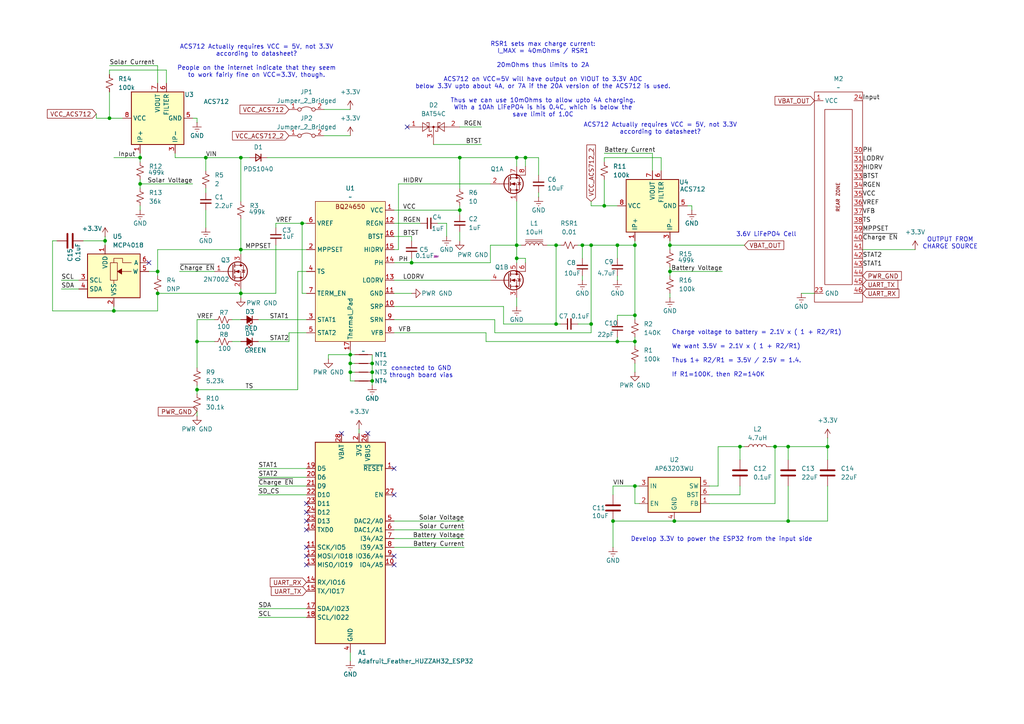
<source format=kicad_sch>
(kicad_sch (version 20231120) (generator "eeschema") (generator_version "8.0")
  (paper "A4")
  (title_block (title "MEGAphone MPPT Charge Controller") (rev "20250216") (comment 1 "Adapted for MEGAphone module format") (comment 2 "Adapted for 3.5V output voltage"))
  (junction (at 45.72 85.09))
  (junction (at 57.15 99.06))
  (junction (at 168.91 71.12))
  (junction (at 149.86 45.72))
  (junction (at 184.15 71.12))
  (junction (at 107.95 105.41))
  (junction (at 69.85 85.09))
  (junction (at 101.6 102.87))
  (junction (at 184.15 91.44))
  (junction (at 179.07 71.12))
  (junction (at 69.85 45.72))
  (junction (at 214.63 129.54))
  (junction (at 101.6 105.41))
  (junction (at 171.45 71.12))
  (junction (at 228.6 129.54))
  (junction (at 87.63 64.77))
  (junction (at 179.07 99.06))
  (junction (at 45.72 78.74))
  (junction (at 57.15 113.03))
  (junction (at 133.35 45.72))
  (junction (at 171.45 93.98))
  (junction (at 175.26 59.69))
  (junction (at 228.6 151.13))
  (junction (at 161.29 93.98))
  (junction (at 40.64 45.72))
  (junction (at 184.15 140.97))
  (junction (at 107.95 107.95))
  (junction (at 133.35 60.96))
  (junction (at 149.86 71.12))
  (junction (at 240.03 129.54))
  (junction (at 40.64 53.34))
  (junction (at 149.86 74.93))
  (junction (at 195.58 151.13))
  (junction (at 184.15 99.06))
  (junction (at 161.29 71.12))
  (junction (at 30.48 69.85))
  (junction (at 177.8 151.13))
  (junction (at 33.02 90.17))
  (junction (at 119.38 76.2))
  (junction (at 194.31 78.74))
  (junction (at 101.6 107.95))
  (junction (at 31.75 34.29))
  (junction (at 69.85 72.39))
  (junction (at 107.95 110.49))
  (junction (at 224.79 129.54))
  (junction (at 152.4 45.72))
  (junction (at 194.31 71.12))
  (junction (at 59.69 45.72))
  (no_connect (at 114.3 161.29))
  (no_connect (at 88.9 148.59))
  (no_connect (at 88.9 158.75))
  (no_connect (at 118.11 36.83))
  (no_connect (at 88.9 161.29))
  (no_connect (at 88.9 153.67))
  (no_connect (at 88.9 163.83))
  (no_connect (at 88.9 151.13))
  (no_connect (at 43.18 76.2))
  (no_connect (at 106.68 125.73))
  (no_connect (at 114.3 143.51))
  (no_connect (at 114.3 163.83))
  (no_connect (at 99.06 125.73))
  (no_connect (at 114.3 135.89))
  (no_connect (at 88.9 146.05))
  (wire (pts (xy 140.97 96.52) (xy 114.3 96.52)))
  (wire (pts (xy 194.31 72.39) (xy 194.31 71.12)))
  (wire (pts (xy 114.3 92.71) (xy 143.51 92.71)))
  (wire (pts (xy 24.13 69.85) (xy 30.48 69.85)))
  (wire (pts (xy 171.45 58.42) (xy 171.45 59.69)))
  (wire (pts (xy 45.72 24.13) (xy 45.72 19.05)))
  (wire (pts (xy 74.93 179.07) (xy 88.9 179.07)))
  (wire (pts (xy 95.25 102.87) (xy 95.25 104.14)))
  (wire (pts (xy 175.26 52.07) (xy 175.26 59.69)))
  (wire (pts (xy 228.6 151.13) (xy 240.03 151.13)))
  (wire (pts (xy 101.6 105.41) (xy 102.87 105.41)))
  (wire (pts (xy 228.6 151.13) (xy 228.6 140.97)))
  (wire (pts (xy 59.69 45.72) (xy 69.85 45.72)))
  (wire (pts (xy 40.64 53.34) (xy 55.88 53.34)))
  (wire (pts (xy 31.75 20.32) (xy 48.26 20.32)))
  (wire (pts (xy 194.31 78.74) (xy 194.31 80.01)))
  (wire (pts (xy 86.36 78.74) (xy 88.9 78.74)))
  (wire (pts (xy 33.02 90.17) (xy 45.72 90.17)))
  (wire (pts (xy 57.15 34.29) (xy 57.15 35.56)))
  (wire (pts (xy 107.95 102.87) (xy 107.95 105.41)))
  (wire (pts (xy 224.79 129.54) (xy 224.79 146.05)))
  (wire (pts (xy 114.3 76.2) (xy 119.38 76.2)))
  (wire (pts (xy 40.64 53.34) (xy 40.64 54.61)))
  (wire (pts (xy 43.18 78.74) (xy 45.72 78.74)))
  (wire (pts (xy 194.31 71.12) (xy 215.9 71.12)))
  (wire (pts (xy 30.48 68.58) (xy 30.48 69.85)))
  (wire (pts (xy 31.75 26.67) (xy 31.75 34.29)))
  (wire (pts (xy 59.69 60.96) (xy 59.69 66.04)))
  (wire (pts (xy 240.03 127) (xy 240.03 129.54)))
  (wire (pts (xy 93.98 31.75) (xy 101.6 31.75)))
  (wire (pts (xy 107.95 110.49) (xy 107.95 111.76)))
  (wire (pts (xy 194.31 78.74) (xy 209.55 78.74)))
  (wire (pts (xy 152.4 76.2) (xy 152.4 74.93)))
  (wire (pts (xy 224.79 129.54) (xy 228.6 129.54)))
  (wire (pts (xy 114.3 153.67) (xy 134.62 153.67)))
  (wire (pts (xy 101.6 107.95) (xy 102.87 107.95)))
  (wire (pts (xy 156.21 57.15) (xy 156.21 55.88)))
  (wire (pts (xy 40.64 60.96) (xy 40.64 59.69)))
  (wire (pts (xy 74.93 92.71) (xy 88.9 92.71)))
  (wire (pts (xy 224.79 129.54) (xy 223.52 129.54)))
  (wire (pts (xy 177.8 151.13) (xy 177.8 158.75)))
  (wire (pts (xy 208.28 129.54) (xy 208.28 140.97)))
  (wire (pts (xy 15.24 69.85) (xy 15.24 90.17)))
  (wire (pts (xy 149.86 45.72) (xy 149.86 48.26)))
  (wire (pts (xy 184.15 146.05) (xy 184.15 140.97)))
  (wire (pts (xy 35.56 34.29) (xy 31.75 34.29)))
  (wire (pts (xy 114.3 64.77) (xy 121.92 64.77)))
  (wire (pts (xy 107.95 107.95) (xy 107.95 110.49)))
  (wire (pts (xy 175.26 45.72) (xy 191.77 45.72)))
  (wire (pts (xy 16.51 69.85) (xy 15.24 69.85)))
  (wire (pts (xy 52.07 78.74) (xy 62.23 78.74)))
  (wire (pts (xy 101.6 110.49) (xy 102.87 110.49)))
  (wire (pts (xy 31.75 21.59) (xy 31.75 20.32)))
  (wire (pts (xy 143.51 96.52) (xy 143.51 92.71)))
  (wire (pts (xy 40.64 45.72) (xy 40.64 44.45)))
  (wire (pts (xy 215.9 129.54) (xy 214.63 129.54)))
  (wire (pts (xy 240.03 129.54) (xy 240.03 133.35)))
  (wire (pts (xy 55.88 34.29) (xy 57.15 34.29)))
  (wire (pts (xy 57.15 113.03) (xy 57.15 111.76)))
  (wire (pts (xy 59.69 55.88) (xy 59.69 54.61)))
  (wire (pts (xy 80.01 64.77) (xy 80.01 66.04)))
  (wire (pts (xy 57.15 92.71) (xy 62.23 92.71)))
  (wire (pts (xy 74.93 176.53) (xy 88.9 176.53)))
  (wire (pts (xy 114.3 156.21) (xy 134.62 156.21)))
  (wire (pts (xy 40.64 52.07) (xy 40.64 53.34)))
  (wire (pts (xy 179.07 71.12) (xy 184.15 71.12)))
  (wire (pts (xy 140.97 99.06) (xy 140.97 96.52)))
  (wire (pts (xy 80.01 71.12) (xy 80.01 85.09)))
  (wire (pts (xy 101.6 101.6) (xy 101.6 102.87)))
  (wire (pts (xy 27.94 34.29) (xy 27.94 33.02)))
  (wire (pts (xy 114.3 68.58) (xy 119.38 68.58)))
  (wire (pts (xy 57.15 114.3) (xy 57.15 113.03)))
  (wire (pts (xy 69.85 72.39) (xy 88.9 72.39)))
  (wire (pts (xy 142.24 71.12) (xy 149.86 71.12)))
  (wire (pts (xy 175.26 44.45) (xy 189.23 44.45)))
  (wire (pts (xy 250.19 72.39) (xy 265.43 72.39)))
  (wire (pts (xy 31.75 19.05) (xy 45.72 19.05)))
  (wire (pts (xy 194.31 77.47) (xy 194.31 78.74)))
  (wire (pts (xy 149.86 71.12) (xy 149.86 74.93)))
  (wire (pts (xy 40.64 46.99) (xy 40.64 45.72)))
  (wire (pts (xy 152.4 45.72) (xy 152.4 48.26)))
  (wire (pts (xy 167.64 93.98) (xy 171.45 93.98)))
  (wire (pts (xy 101.6 102.87) (xy 101.6 105.41)))
  (wire (pts (xy 114.3 60.96) (xy 133.35 60.96)))
  (wire (pts (xy 142.24 76.2) (xy 142.24 71.12)))
  (wire (pts (xy 156.21 50.8) (xy 156.21 45.72)))
  (wire (pts (xy 101.6 107.95) (xy 101.6 110.49)))
  (wire (pts (xy 74.93 143.51) (xy 88.9 143.51)))
  (wire (pts (xy 74.93 138.43) (xy 88.9 138.43)))
  (wire (pts (xy 69.85 45.72) (xy 69.85 58.42)))
  (wire (pts (xy 17.78 81.28) (xy 22.86 81.28)))
  (wire (pts (xy 228.6 129.54) (xy 228.6 133.35)))
  (wire (pts (xy 119.38 74.93) (xy 119.38 76.2)))
  (wire (pts (xy 17.78 83.82) (xy 22.86 83.82)))
  (wire (pts (xy 87.63 64.77) (xy 87.63 85.09)))
  (wire (pts (xy 184.15 97.79) (xy 184.15 99.06)))
  (wire (pts (xy 74.93 99.06) (xy 83.82 99.06)))
  (wire (pts (xy 87.63 64.77) (xy 88.9 64.77)))
  (wire (pts (xy 168.91 71.12) (xy 168.91 74.93)))
  (wire (pts (xy 184.15 140.97) (xy 185.42 140.97)))
  (wire (pts (xy 15.24 90.17) (xy 33.02 90.17)))
  (wire (pts (xy 45.72 78.74) (xy 45.72 72.39)))
  (wire (pts (xy 171.45 93.98) (xy 171.45 96.52)))
  (wire (pts (xy 146.05 88.9) (xy 146.05 93.98)))
  (wire (pts (xy 184.15 71.12) (xy 184.15 91.44)))
  (wire (pts (xy 45.72 85.09) (xy 69.85 85.09)))
  (wire (pts (xy 177.8 143.51) (xy 177.8 140.97)))
  (wire (pts (xy 69.85 83.82) (xy 69.85 85.09)))
  (wire (pts (xy 83.82 96.52) (xy 88.9 96.52)))
  (wire (pts (xy 57.15 113.03) (xy 86.36 113.03)))
  (wire (pts (xy 184.15 91.44) (xy 184.15 92.71)))
  (wire (pts (xy 101.6 191.77) (xy 101.6 189.23)))
  (wire (pts (xy 171.45 96.52) (xy 143.51 96.52)))
  (wire (pts (xy 133.35 36.83) (xy 139.7 36.83)))
  (wire (pts (xy 107.95 105.41) (xy 107.95 107.95)))
  (wire (pts (xy 195.58 151.13) (xy 228.6 151.13)))
  (wire (pts (xy 171.45 71.12) (xy 179.07 71.12)))
  (wire (pts (xy 45.72 78.74) (xy 45.72 80.01)))
  (wire (pts (xy 69.85 73.66) (xy 69.85 72.39)))
  (wire (pts (xy 161.29 93.98) (xy 161.29 71.12)))
  (wire (pts (xy 104.14 124.46) (xy 104.14 125.73)))
  (wire (pts (xy 127 64.77) (xy 129.54 64.77)))
  (wire (pts (xy 93.98 39.37) (xy 101.6 39.37)))
  (wire (pts (xy 149.86 74.93) (xy 152.4 74.93)))
  (wire (pts (xy 228.6 129.54) (xy 240.03 129.54)))
  (wire (pts (xy 83.82 96.52) (xy 83.82 99.06)))
  (wire (pts (xy 149.86 71.12) (xy 151.13 71.12)))
  (wire (pts (xy 208.28 140.97) (xy 205.74 140.97)))
  (wire (pts (xy 184.15 69.85) (xy 184.15 71.12)))
  (wire (pts (xy 168.91 81.28) (xy 168.91 80.01)))
  (wire (pts (xy 191.77 45.72) (xy 191.77 49.53)))
  (wire (pts (xy 74.93 140.97) (xy 88.9 140.97)))
  (wire (pts (xy 57.15 99.06) (xy 57.15 106.68)))
  (wire (pts (xy 69.85 85.09) (xy 80.01 85.09)))
  (wire (pts (xy 31.75 34.29) (xy 27.94 34.29)))
  (wire (pts (xy 214.63 129.54) (xy 208.28 129.54)))
  (wire (pts (xy 168.91 71.12) (xy 171.45 71.12)))
  (wire (pts (xy 194.31 71.12) (xy 194.31 69.85)))
  (wire (pts (xy 33.02 88.9) (xy 33.02 90.17)))
  (wire (pts (xy 179.07 71.12) (xy 179.07 74.93)))
  (wire (pts (xy 129.54 64.77) (xy 129.54 68.58)))
  (wire (pts (xy 171.45 59.69) (xy 175.26 59.69)))
  (wire (pts (xy 125.73 41.91) (xy 139.7 41.91)))
  (wire (pts (xy 77.47 45.72) (xy 133.35 45.72)))
  (wire (pts (xy 101.6 102.87) (xy 102.87 102.87)))
  (wire (pts (xy 119.38 68.58) (xy 119.38 69.85)))
  (wire (pts (xy 179.07 99.06) (xy 184.15 99.06)))
  (wire (pts (xy 179.07 91.44) (xy 184.15 91.44)))
  (wire (pts (xy 161.29 93.98) (xy 162.56 93.98)))
  (wire (pts (xy 74.93 135.89) (xy 88.9 135.89)))
  (wire (pts (xy 101.6 105.41) (xy 101.6 107.95)))
  (wire (pts (xy 119.38 76.2) (xy 142.24 76.2)))
  (wire (pts (xy 57.15 92.71) (xy 57.15 99.06)))
  (wire (pts (xy 167.64 71.12) (xy 168.91 71.12)))
  (wire (pts (xy 240.03 151.13) (xy 240.03 140.97)))
  (wire (pts (xy 200.66 59.69) (xy 200.66 60.96)))
  (wire (pts (xy 133.35 62.23) (xy 133.35 60.96)))
  (wire (pts (xy 175.26 59.69) (xy 179.07 59.69)))
  (wire (pts (xy 33.02 45.72) (xy 40.64 45.72)))
  (wire (pts (xy 146.05 93.98) (xy 161.29 93.98)))
  (wire (pts (xy 179.07 97.79) (xy 179.07 99.06)))
  (wire (pts (xy 114.3 158.75) (xy 134.62 158.75)))
  (wire (pts (xy 149.86 86.36) (xy 149.86 88.9)))
  (wire (pts (xy 189.23 49.53) (xy 189.23 44.45)))
  (wire (pts (xy 57.15 99.06) (xy 62.23 99.06)))
  (wire (pts (xy 214.63 129.54) (xy 214.63 133.35)))
  (wire (pts (xy 87.63 85.09) (xy 88.9 85.09)))
  (wire (pts (xy 214.63 143.51) (xy 214.63 140.97)))
  (wire (pts (xy 175.26 46.99) (xy 175.26 45.72)))
  (wire (pts (xy 133.35 45.72) (xy 133.35 54.61)))
  (wire (pts (xy 184.15 99.06) (xy 184.15 100.33)))
  (wire (pts (xy 140.97 99.06) (xy 179.07 99.06)))
  (wire (pts (xy 114.3 88.9) (xy 146.05 88.9)))
  (wire (pts (xy 171.45 71.12) (xy 171.45 93.98)))
  (wire (pts (xy 177.8 140.97) (xy 184.15 140.97)))
  (wire (pts (xy 133.35 59.69) (xy 133.35 60.96)))
  (wire (pts (xy 205.74 143.51) (xy 214.63 143.51)))
  (wire (pts (xy 80.01 64.77) (xy 87.63 64.77)))
  (wire (pts (xy 162.56 71.12) (xy 161.29 71.12)))
  (wire (pts (xy 114.3 85.09) (xy 119.38 85.09)))
  (wire (pts (xy 205.74 146.05) (xy 224.79 146.05)))
  (wire (pts (xy 48.26 20.32) (xy 48.26 24.13)))
  (wire (pts (xy 45.72 72.39) (xy 69.85 72.39)))
  (wire (pts (xy 232.41 85.09) (xy 236.22 85.09)))
  (wire (pts (xy 161.29 71.12) (xy 158.75 71.12)))
  (wire (pts (xy 179.07 81.28) (xy 179.07 80.01)))
  (wire (pts (xy 50.8 45.72) (xy 59.69 45.72)))
  (wire (pts (xy 194.31 86.36) (xy 194.31 85.09)))
  (wire (pts (xy 114.3 151.13) (xy 134.62 151.13)))
  (wire (pts (xy 179.07 91.44) (xy 179.07 92.71)))
  (wire (pts (xy 199.39 59.69) (xy 200.66 59.69)))
  (wire (pts (xy 114.3 81.28) (xy 142.24 81.28)))
  (wire (pts (xy 185.42 146.05) (xy 184.15 146.05)))
  (wire (pts (xy 184.15 107.95) (xy 184.15 105.41)))
  (wire (pts (xy 177.8 151.13) (xy 195.58 151.13)))
  (wire (pts (xy 115.57 53.34) (xy 115.57 72.39)))
  (wire (pts (xy 50.8 44.45) (xy 50.8 45.72)))
  (wire (pts (xy 95.25 102.87) (xy 101.6 102.87)))
  (wire (pts (xy 30.48 69.85) (xy 30.48 71.12)))
  (wire (pts (xy 149.86 74.93) (xy 149.86 76.2)))
  (wire (pts (xy 45.72 90.17) (xy 45.72 85.09)))
  (wire (pts (xy 57.15 120.65) (xy 57.15 119.38)))
  (wire (pts (xy 69.85 45.72) (xy 72.39 45.72)))
  (wire (pts (xy 69.85 63.5) (xy 69.85 72.39)))
  (wire (pts (xy 133.35 69.85) (xy 133.35 67.31)))
  (wire (pts (xy 67.31 99.06) (xy 69.85 99.06)))
  (wire (pts (xy 86.36 78.74) (xy 86.36 113.03)))
  (wire (pts (xy 115.57 53.34) (xy 142.24 53.34)))
  (wire (pts (xy 133.35 45.72) (xy 149.86 45.72)))
  (wire (pts (xy 59.69 45.72) (xy 59.69 49.53)))
  (wire (pts (xy 149.86 45.72) (xy 152.4 45.72)))
  (wire (pts (xy 115.57 72.39) (xy 114.3 72.39)))
  (wire (pts (xy 152.4 45.72) (xy 156.21 45.72)))
  (wire (pts (xy 149.86 58.42) (xy 149.86 71.12)))
  (wire (pts (xy 69.85 85.09) (xy 69.85 86.36)))
  (wire (pts (xy 67.31 92.71) (xy 69.85 92.71)))
  (text "ACS712 Actually requires VCC = 5V, not 3.3V\naccording to datasheet?" (at 191.516 37.338 0) (effects (font (size 1.27 1.27))))
  (text "ACS712 Actually requires VCC = 5V, not 3.3V\naccording to datasheet?\n\nPeople on the internet indicate that they seem\nto work fairly fine on VCC=3.3V, though." (at 74.422 17.78 0) (effects (font (size 1.27 1.27))))
  (text "3.6V LiFePO4 Cell" (at 222.25 68.072 0) (effects (font (size 1.27 1.27))))
  (text "OUTPUT FROM\nCHARGE SOURCE" (at 275.59 70.612 0) (effects (font (size 1.27 1.27))))
  (text "Charge voltage to battery = 2.1V x ( 1 + R2/R1)\n\nWe want 3.5V = 2.1V x ( 1 + R2/R1)\n\nThus 1+ R2/R1 = 3.5V / 2.5V = 1.4.\n\nIf R1=100K, then R2=140K" (at 194.818 102.616 0) (effects (font (size 1.27 1.27)) (justify left)))
  (text "RSR1 sets max charge current:\nI_MAX = 40mOhms / RSR1\n\n20mOhms thus limits to 2A\n\nACS712 on VCC=5V will have output on VIOUT to 3.3V ADC\nbelow 3.3V upto about 4A, or 7A if the 20A version of the ACS712 is used.\n\nThus we can use 10mOhms to allow upto 4A charging.\nWith a 10Ah LiFePO4 is his 0.4C, which is below the\nsave limit of 1.0C" (at 157.48 23.114 0) (effects (font (size 1.27 1.27))))
  (text "connected to GND\nthrough board vias" (at 122.174 107.95 0) (effects (font (size 1.27 1.27))))
  (text "Develop 3.3V to power the ESP32 from the input side" (at 209.296 156.464 0) (effects (font (size 1.27 1.27))))
  (label "STAT1" (at 74.93 135.89 0))
  (label "BTST" (at 250.19 52.07 0))
  (label "TS" (at 250.19 64.77 0))
  (label "VCC" (at 250.19 57.15 0))
  (label "SD_CS" (at 74.93 143.51 0))
  (label "~{Charge EN}" (at 74.93 140.97 0))
  (label "Input" (at 34.29 45.72 0))
  (label "SCL" (at 17.78 81.28 0))
  (label "Battery Voltage" (at 209.55 78.74 180))
  (label "Solar Voltage" (at 55.88 53.34 180))
  (label "~{Charge EN}" (at 52.07 78.74 0))
  (label "LODRV" (at 250.19 46.99 0))
  (label "STAT2" (at 250.19 74.93 0))
  (label "HIDRV" (at 250.19 49.53 0))
  (label "VCC" (at 116.84 60.96 0))
  (label "Solar Voltage" (at 134.62 151.13 180))
  (label "VREF" (at 80.01 64.77 0))
  (label "MPPSET" (at 71.12 72.39 0))
  (label "STAT2" (at 83.82 99.06 180))
  (label "RGEN" (at 250.19 54.61 0))
  (label "VFB" (at 115.57 96.52 0))
  (label "Solar Current" (at 31.75 19.05 0))
  (label "BTST" (at 139.7 41.91 180))
  (label "VFB" (at 250.19 62.23 0))
  (label "VIN" (at 59.69 45.72 0))
  (label "TS" (at 71.12 113.03 0))
  (label "HIDRV" (at 116.84 53.34 0))
  (label "VIN" (at 177.8 140.97 0))
  (label "Battery Voltage" (at 134.62 156.21 180))
  (label "VREF" (at 57.15 92.71 0))
  (label "Battery Current" (at 134.62 158.75 180))
  (label "Input" (at 250.19 29.21 0))
  (label "LODRV" (at 116.84 81.28 0))
  (label "SDA" (at 17.78 83.82 0))
  (label "STAT1" (at 83.82 92.71 180))
  (label "~{Charge EN}" (at 250.19 69.85 0))
  (label "RGEN" (at 116.84 64.77 0))
  (label "STAT2" (at 74.93 138.43 0))
  (label "PH" (at 115.57 76.2 0))
  (label "VREF" (at 250.19 59.69 0))
  (label "MPPSET" (at 250.19 67.31 0))
  (label "PH" (at 250.19 44.45 0))
  (label "SDA" (at 74.93 176.53 0))
  (label "BTST" (at 116.84 68.58 0))
  (label "RGEN" (at 139.7 36.83 180))
  (label "SCL" (at 74.93 179.07 0))
  (label "STAT1" (at 250.19 77.47 0))
  (label "Solar Current" (at 134.62 153.67 180))
  (label "Battery Current" (at 175.26 44.45 0))
  (global_label "UART_TX" (shape input) (at 250.19 82.55 0) (property "Intersheetrefs" "${INTERSHEET_REFS}" (effects (hide yes))))
  (global_label "VCC_ACS712_2" (shape input) (at 171.45 58.42 90) (property "Intersheetrefs" "${INTERSHEET_REFS}" (effects (hide yes))))
  (global_label "VBAT_OUT" (shape input) (at 236.22 29.21 180) (property "Intersheetrefs" "${INTERSHEET_REFS}" (effects (hide yes))))
  (global_label "VCC_ACS712" (shape input) (at 27.94 33.02 180) (property "Intersheetrefs" "${INTERSHEET_REFS}" (effects (hide yes))))
  (global_label "VCC_ACS712_2" (shape input) (at 83.82 39.37 180) (property "Intersheetrefs" "${INTERSHEET_REFS}" (effects (hide yes))))
  (global_label "PWR_GND" (shape input) (at 57.15 119.38 180) (property "Intersheetrefs" "${INTERSHEET_REFS}" (effects (hide yes))))
  (global_label "VBAT_OUT" (shape input) (at 215.9 71.12 0) (property "Intersheetrefs" "${INTERSHEET_REFS}" (effects (hide yes))))
  (global_label "UART_RX" (shape input) (at 250.19 85.09 0) (property "Intersheetrefs" "${INTERSHEET_REFS}" (effects (hide yes))))
  (global_label "UART_RX" (shape input) (at 88.9 168.91 180) (property "Intersheetrefs" "${INTERSHEET_REFS}" (effects (hide yes))))
  (global_label "VCC_ACS712" (shape input) (at 83.82 31.75 180) (property "Intersheetrefs" "${INTERSHEET_REFS}" (effects (hide yes))))
  (global_label "UART_TX" (shape input) (at 88.9 171.45 180) (property "Intersheetrefs" "${INTERSHEET_REFS}" (effects (hide yes))))
  (global_label "PWR_GND" (shape input) (at 250.19 80.01 0) (property "Intersheetrefs" "${INTERSHEET_REFS}" (effects (hide yes))))
  (symbol (lib_id "Device:R_Small_US") (at 194.31 74.93 0) (unit 1)
    (property "Reference" "R15" (at 196.85 73.6599 0) (effects (justify left)))
    (property "Value" "499k" (at 196.596 75.438 0) (effects (justify left)))
    (property "Footprint" "Resistor_SMD:R_0603_1608Metric" (effects (hide yes)))
    (property "Description" "Resistor, small US symbol" (effects (hide yes)))
  )
  (symbol (lib_id "Regulator_Switching:AP63203WU") (at 195.58 143.51 0) (unit 1)
    (property "Reference" "U2" (at 195.58 133.35 0))
    (property "Value" "AP63203WU" (at 195.58 135.89 0))
    (property "Footprint" "Package_TO_SOT_SMD:TSOT-23-6" (effects (hide yes)))
    (property "Datasheet" "https://www.diodes.com/assets/Datasheets/AP63200-AP63201-AP63203-AP63205.pdf" (effects (hide yes)))
  )
  (symbol (lib_id "Device:C_Small") (at 80.01 68.58 0) (unit 1)
    (property "Reference" "C3" (at 81.788 66.802 0) (effects (justify left)))
    (property "Value" "1uF" (at 81.788 68.58 0) (effects (justify left)))
    (property "Footprint" "Capacitor_SMD:C_0603_1608Metric" (effects (hide yes)))
    (property "Description" "Unpolarized capacitor, small symbol" (effects (hide yes)))
  )
  (symbol (lib_id "Device:C_Small") (at 124.46 64.77 90) (unit 1)
    (property "Reference" "C4" (at 126.746 62.992 90))
    (property "Value" "1uF" (at 127 66.294 90))
    (property "Footprint" "Capacitor_SMD:C_0603_1608Metric" (effects (hide yes)))
    (property "Description" "Unpolarized capacitor, small symbol" (effects (hide yes)))
  )
  (symbol (lib_id "power:Earth") (at 194.31 86.36 0) (unit 1)
    (property "Reference" "#PWR024" (effects (hide yes)))
    (property "Value" "GND" (at 194.31 90.17 0))
    (property "Description" "Power symbol creates a global label with name \"Earth\"" (effects (hide yes)))
  )
  (symbol (lib_id "power:GND") (at 133.35 69.85 0) (unit 1)
    (property "Reference" "#PWR010" (effects (hide yes)))
    (property "Value" "PWR GND" (at 137.16 73.914 0))
    (property "Description" "Power symbol creates a global label with name \"GND\" , ground" (effects (hide yes)))
  )
  (symbol (lib_id "power:Earth") (at 129.54 68.58 0) (unit 1)
    (property "Reference" "#PWR011" (effects (hide yes)))
    (property "Value" "GND" (at 129.54 72.39 0))
    (property "Description" "Power symbol creates a global label with name \"Earth\"" (effects (hide yes)))
  )
  (symbol (lib_id "Device:D_Small") (at 74.93 45.72 180) (unit 1)
    (property "Reference" "D1" (at 74.93 42.672 0))
    (property "Value" "PDS1040" (at 74.93 49.022 0))
    (property "Footprint" "Diode_SMD:D_PowerDI-5" (effects (hide yes)))
    (property "Description" "Diode, small symbol" (effects (hide yes)))
    (property "Sim.Device" "D" (effects (hide yes)))
    (property "Sim.Pins" "1=K 2=A" (effects (hide yes)))
  )
  (symbol (lib_id "Device:R_Small_US") (at 45.72 82.55 0) (unit 1)
    (property "Reference" "R4" (at 48.26 81.2799 0) (effects (justify left)))
    (property "Value" "DNP" (at 48.26 83.8199 0) (effects (justify left)))
    (property "Footprint" "Resistor_SMD:R_0603_1608Metric" (effects (hide yes)))
    (property "Description" "Resistor, small US symbol" (effects (hide yes)))
  )
  (symbol (lib_id "MCU_Module:Adafruit_Feather_HUZZAH32_ESP32") (at 101.6 156.21 0) (unit 1)
    (property "Reference" "A1" (at 103.7941 189.23 0) (effects (justify left)))
    (property "Value" "Adafruit_Feather_HUZZAH32_ESP32" (at 103.7941 191.77 0) (effects (justify left)))
    (property "Footprint" "Module:Adafruit_Feather" (effects (hide yes)))
    (property "Datasheet" "https://cdn-learn.adafruit.com/downloads/pdf/adafruit-huzzah32-esp32-feather.pdf" (effects (hide yes)))
    (property "Description" "Microcontroller module with ESP32 MCU" (effects (hide yes)))
  )
  (symbol (lib_id "Device:LED_Small_Filled") (at 72.39 92.71 180) (unit 1)
    (property "Reference" "D3" (at 71.12 90.424 0) (effects (justify right)))
    (property "Value" "RED" (at 70.866 95.25 0) (effects (justify right)))
    (property "Footprint" "LED_SMD:LED_0603_1608Metric" (effects (hide yes)))
    (property "Description" "Light emitting diode, small symbol, filled shape" (effects (hide yes)))
  )
  (symbol (lib_id "Device:R_Small_US") (at 184.15 95.25 0) (unit 1)
    (property "Reference" "R2" (at 186.69 93.9799 0) (effects (justify left)))
    (property "Value" "140K" (at 186.69 96.5199 0) (effects (justify left)))
    (property "Footprint" "Resistor_SMD:R_0603_1608Metric" (effects (hide yes)))
    (property "Description" "Resistor, small US symbol" (effects (hide yes)))
  )
  (symbol (lib_id "Device:C_Small") (at 179.07 95.25 180) (unit 1)
    (property "Reference" "C10" (at 175.26 93.726 0) (effects (justify right)))
    (property "Value" "22pF" (at 173.228 97.028 0) (effects (justify right)))
    (property "Footprint" "Capacitor_SMD:C_0603_1608Metric" (effects (hide yes)))
    (property "Description" "Unpolarized capacitor, small symbol" (effects (hide yes)))
  )
  (symbol (lib_id "Device:R_Small_US") (at 40.64 57.15 0) (unit 1)
    (property "Reference" "R13" (at 43.18 55.8799 0) (effects (justify left)))
    (property "Value" "36k" (at 43.18 58.4199 0) (effects (justify left)))
    (property "Footprint" "Resistor_SMD:R_0603_1608Metric" (effects (hide yes)))
    (property "Description" "Resistor, small US symbol" (effects (hide yes)))
  )
  (symbol (lib_id "power:+3.3V") (at 265.43 72.39 0) (unit 1)
    (property "Reference" "#PWR018" (effects (hide yes)))
    (property "Value" "+3.3V" (at 265.43 67.31 0))
    (property "Description" "Power symbol creates a global label with name \"+3.3V\"" (effects (hide yes)))
  )
  (symbol (lib_id "power:+3.3V") (at 101.6 31.75 0) (unit 1)
    (property "Reference" "#PWR04" (effects (hide yes)))
    (property "Value" "+3.3V" (at 101.6 26.67 0))
    (property "Description" "Power symbol creates a global label with name \"+3.3V\"" (effects (hide yes)))
  )
  (symbol (lib_id "Sensor_Current:ACS712xLCTR-05B") (at 189.23 59.69 90) (unit 1)
    (property "Reference" "U4" (at 198.374 52.832 90))
    (property "Value" "ACS712" (at 200.914 54.864 90))
    (property "Footprint" "Package_SO:SOIC-8_3.9x4.9mm_P1.27mm" (effects (hide yes)))
    (property "Datasheet" "http://www.allegromicro.com/~/media/Files/Datasheets/ACS712-Datasheet.ashx?la=en" (effects (hide yes)))
    (property "Description" "±5A Bidirectional Hall-Effect Current Sensor, +5.0V supply, 185mV/A, SOIC-8" (effects (hide yes)))
  )
  (symbol (lib_id "power:+3.3V") (at 101.6 39.37 0) (unit 1)
    (property "Reference" "#PWR016" (effects (hide yes)))
    (property "Value" "+3.3V" (at 101.6 34.29 0))
    (property "Description" "Power symbol creates a global label with name \"+3.3V\"" (effects (hide yes)))
  )
  (symbol (lib_id "power:+3.3V") (at 104.14 124.46 0) (unit 1)
    (property "Reference" "#PWR021" (effects (hide yes)))
    (property "Value" "+3.3V" (at 104.14 119.38 0))
    (property "Description" "Power symbol creates a global label with name \"+3.3V\"" (effects (hide yes)))
  )
  (symbol (lib_id "Device:C_Small") (at 165.1 93.98 90) (unit 1)
    (property "Reference" "C7" (at 162.052 91.694 90) (effects (justify right)))
    (property "Value" "0.1uF" (at 165.608 91.694 90) (effects (justify right)))
    (property "Footprint" "Capacitor_SMD:C_0603_1608Metric" (effects (hide yes)))
    (property "Description" "Unpolarized capacitor, small symbol" (effects (hide yes)))
  )
  (symbol (lib_id "Transistor_FET:2N7002") (at 67.31 78.74 0) (unit 1)
    (property "Reference" "Q3" (at 64.008 75.438 0) (effects (justify left)))
    (property "Value" "2N7002" (at 58.928 81.026 0) (effects (justify left)))
    (property "Footprint" "Package_TO_SOT_SMD:SOT-23" (effects (hide yes)))
    (property "Datasheet" "https://www.onsemi.com/pub/Collateral/NDS7002A-D.PDF" (effects (hide yes)))
    (property "Description" "0.115A Id, 60V Vds, N-Channel MOSFET, SOT-23" (effects (hide yes)))
  )
  (symbol (lib_id "power:+3.3V") (at 240.03 127 0) (unit 1)
    (property "Reference" "#PWR019" (effects (hide yes)))
    (property "Value" "+3.3V" (at 240.03 121.92 0))
    (property "Description" "Power symbol creates a global label with name \"+3.3V\"" (effects (hide yes)))
  )
  (symbol (lib_id "Device:R_Small_US") (at 64.77 99.06 90) (unit 1)
    (property "Reference" "R8" (at 66.294 97.028 90) (effects (justify left)))
    (property "Value" "100" (at 67.056 101.092 90) (effects (justify left)))
    (property "Footprint" "Resistor_SMD:R_0603_1608Metric" (effects (hide yes)))
    (property "Description" "Resistor, small US symbol" (effects (hide yes)))
  )
  (symbol (lib_id "Device:R_Small_US") (at 31.75 24.13 0) (unit 1)
    (property "Reference" "R14" (at 34.29 22.8599 0) (effects (justify left)))
    (property "Value" "100k" (at 34.29 25.3999 0) (effects (justify left)))
    (property "Footprint" "Resistor_SMD:R_0603_1608Metric" (effects (hide yes)))
    (property "Description" "Resistor, small US symbol" (effects (hide yes)))
  )
  (symbol (lib_id "power:Earth") (at 232.41 85.09 0) (unit 1)
    (property "Reference" "#PWR07" (effects (hide yes)))
    (property "Value" "GND" (at 232.41 88.9 0))
    (property "Description" "Power symbol creates a global label with name \"Earth\"" (effects (hide yes)))
  )
  (symbol (lib_id "Device:C_Small") (at 156.21 53.34 180) (unit 1)
    (property "Reference" "C6" (at 158.75 52.0635 0) (effects (justify right)))
    (property "Value" "10uF" (at 158.75 54.6035 0) (effects (justify right)))
    (property "Footprint" "Capacitor_SMD:C_1206_3216Metric" (effects (hide yes)))
    (property "Description" "Unpolarized capacitor, small symbol" (effects (hide yes)))
  )
  (symbol (lib_id "Device:C_Small") (at 133.35 64.77 0) (unit 1)
    (property "Reference" "C2" (at 135.89 63.5062 0) (effects (justify left)))
    (property "Value" "1uF" (at 135.89 66.0462 0) (effects (justify left)))
    (property "Footprint" "Capacitor_SMD:C_0603_1608Metric" (effects (hide yes)))
    (property "Description" "Unpolarized capacitor, small symbol" (effects (hide yes)))
  )
  (symbol (lib_id "power:Earth") (at 177.8 158.75 0) (unit 1)
    (property "Reference" "#PWR023" (effects (hide yes)))
    (property "Value" "GND" (at 177.8 162.56 0))
    (property "Description" "Power symbol creates a global label with name \"Earth\"" (effects (hide yes)))
  )
  (symbol (lib_id "Device:LED_Small_Filled") (at 72.39 99.06 180) (unit 1)
    (property "Reference" "D4" (at 71.12 96.774 0) (effects (justify right)))
    (property "Value" "GREEN" (at 70.866 101.6 0) (effects (justify right)))
    (property "Footprint" "LED_SMD:LED_0603_1608Metric" (effects (hide yes)))
    (property "Description" "Light emitting diode, small symbol, filled shape" (effects (hide yes)))
  )
  (symbol (lib_id "Jumper:Jumper_2_Bridged") (at 88.9 31.75 0) (unit 1)
    (property "Reference" "JP1" (at 88.9 26.67 0))
    (property "Value" "Jumper_2_Bridged" (at 88.9 29.21 0))
    (property "Footprint" "Jumper:SolderJumper-2_P1.3mm_Bridged_RoundedPad1.0x1.5mm" (effects (hide yes)))
    (property "Description" "Jumper, 2-pole, closed/bridged" (effects (hide yes)))
  )
  (symbol (lib_id "Device:R_Small_US") (at 57.15 116.84 0) (unit 1)
    (property "Reference" "R10" (at 59.69 115.5699 0) (effects (justify left)))
    (property "Value" "30.1k" (at 59.69 118.1099 0) (effects (justify left)))
    (property "Footprint" "Resistor_SMD:R_0603_1608Metric" (effects (hide yes)))
    (property "Description" "Resistor, small US symbol" (effects (hide yes)))
  )
  (symbol (lib_id "Device:R_Small_US") (at 194.31 82.55 0) (unit 1)
    (property "Reference" "R16" (at 196.85 81.2799 0) (effects (justify left)))
    (property "Value" "100k" (at 196.85 83.8199 0) (effects (justify left)))
    (property "Footprint" "Resistor_SMD:R_0603_1608Metric" (effects (hide yes)))
    (property "Description" "Resistor, small US symbol" (effects (hide yes)))
  )
  (symbol (lib_id "Device:C_Small") (at 168.91 77.47 180) (unit 1)
    (property "Reference" "C8" (at 164.338 76.2 0) (effects (justify right)))
    (property "Value" "10uF" (at 163.576 79.248 0) (effects (justify right)))
    (property "Footprint" "Capacitor_SMD:C_1206_3216Metric" (effects (hide yes)))
    (property "Description" "Unpolarized capacitor, small symbol" (effects (hide yes)))
  )
  (symbol (lib_id "power:Earth") (at 57.15 35.56 0) (unit 1)
    (property "Reference" "#PWR020" (effects (hide yes)))
    (property "Value" "GND" (at 57.15 39.37 0))
    (property "Description" "Power symbol creates a global label with name \"Earth\"" (effects (hide yes)))
  )
  (symbol (lib_id "Device:C") (at 228.6 137.16 0) (unit 1)
    (property "Reference" "C13" (at 232.41 135.8899 0) (effects (justify left)))
    (property "Value" "22uF" (at 232.41 138.4299 0) (effects (justify left)))
    (property "Footprint" "Capacitor_SMD:C_0603_1608Metric" (effects (hide yes)))
  )
  (symbol (lib_id "Device:C_Small") (at 179.07 77.47 180) (unit 1)
    (property "Reference" "C9" (at 175.26 75.946 0) (effects (justify right)))
    (property "Value" "4.7uF" (at 173.228 79.248 0) (effects (justify right)))
    (property "Footprint" "Capacitor_SMD:C_0805_2012Metric" (effects (hide yes)))
    (property "Description" "Unpolarized capacitor, small symbol" (effects (hide yes)))
  )
  (symbol (lib_id "Device:C_Small") (at 59.69 58.42 0) (unit 1)
    (property "Reference" "C1" (at 62.23 57.1562 0) (effects (justify left)))
    (property "Value" "2.2uF" (at 62.23 59.6962 0) (effects (justify left)))
    (property "Footprint" "Capacitor_SMD:C_1210_3225Metric" (effects (hide yes)))
    (property "Description" "Unpolarized capacitor, small symbol" (effects (hide yes)))
  )
  (symbol (lib_id "Device:Q_Dual_NMOS_S1G1S2G2D2D2D1D1") (at 147.32 53.34 0) (unit 1)
    (property "Reference" "Q1" (at 142.24 49.022 0) (effects (justify left)))
    (property "Value" "SI7272DP" (effects (hide yes)))
    (property "Footprint" "Package_SO:PowerPAK_SO-8_Dual" (effects (hide yes)))
    (property "Description" "Dual NMOS transistor, 8 pin package" (effects (hide yes)))
  )
  (symbol (lib_id "Sensor_Current:ACS712xLCTR-05B") (at 45.72 34.29 90) (unit 1)
    (property "Reference" "U3" (at 54.864 27.432 90))
    (property "Value" "ACS712" (at 62.738 29.464 90))
    (property "Footprint" "Package_SO:SOIC-8_3.9x4.9mm_P1.27mm" (effects (hide yes)))
    (property "Datasheet" "http://www.allegromicro.com/~/media/Files/Datasheets/ACS712-Datasheet.ashx?la=en" (effects (hide yes)))
    (property "Description" "±5A Bidirectional Hall-Effect Current Sensor, +5.0V supply, 185mV/A, SOIC-8" (effects (hide yes)))
  )
  (symbol (lib_id "Device:C_Small") (at 119.38 72.39 180) (unit 1)
    (property "Reference" "C5" (at 122.936 72.39 0))
    (property "Value" "0.1uF" (at 123.19 74.168 0))
    (property "Footprint" "Capacitor_SMD:C_0603_1608Metric" (effects (hide yes)))
    (property "Description" "Unpolarized capacitor, small symbol" (effects (hide yes)))
    (property "Voltage Rating" "35V" (at 126.492 74.422 0) (effects (font (size 0.508 0.508))))
  )
  (symbol (lib_id "Device:Q_Dual_NMOS_S1G1S2G2D2D2D1D1") (at 147.32 81.28 0) (unit 2)
    (property "Reference" "Q1" (at 143.51 77.47 0) (effects (justify left)))
    (property "Value" "SI7272DP" (effects (hide yes)))
    (property "Footprint" "Package_SO:PowerPAK_SO-8_Dual" (effects (hide yes)))
    (property "Description" "Dual NMOS transistor, 8 pin package" (effects (hide yes)))
  )
  (symbol (lib_id "Device:R_Small_US") (at 64.77 92.71 90) (unit 1)
    (property "Reference" "R7" (at 66.294 90.678 90) (effects (justify left)))
    (property "Value" "100" (at 66.802 94.742 90) (effects (justify left)))
    (property "Footprint" "Resistor_SMD:R_0603_1608Metric" (effects (hide yes)))
    (property "Description" "Resistor, small US symbol" (effects (hide yes)))
  )
  (symbol (lib_id "Device:L_Iron") (at 154.94 71.12 90) (unit 1)
    (property "Reference" "L1" (at 154.94 64.77 90))
    (property "Value" "10uH" (at 154.94 67.31 90))
    (property "Footprint" "MPPT Charge Controller Footprint Library:L_Vishay_6.9x6.5" (effects (hide yes)))
    (property "Description" "Inductor with iron core" (effects (hide yes)))
  )
  (symbol (lib_id "MPPT Charge Controller Symbol Library:BQ24650") (at 101.6 78.74 0) (unit 1)
    (property "Reference" "U1" (at 101.6 54.61 0))
    (property "Value" "~" (at 101.6 57.15 0))
    (property "Footprint" "MPPT Charge Controller Footprint Library:VQFN-16_EP_3.5x3.5_Pitch0.5mm" (effects (hide yes)))
  )
  (symbol (lib_id "Device:R_Small_US") (at 69.85 60.96 0) (unit 1)
    (property "Reference" "R3" (at 72.39 59.6899 0) (effects (justify left)))
    (property "Value" "499k" (at 72.136 61.468 0) (effects (justify left)))
    (property "Footprint" "Resistor_SMD:R_0603_1608Metric" (effects (hide yes)))
    (property "Description" "Resistor, small US symbol" (effects (hide yes)))
  )
  (symbol (lib_id "power:Earth") (at 101.6 191.77 0) (unit 1)
    (property "Reference" "#PWR022" (effects (hide yes)))
    (property "Value" "GND" (at 101.6 195.58 0))
    (property "Description" "Power symbol creates a global label with name \"Earth\"" (effects (hide yes)))
  )
  (symbol (lib_id "Device:C") (at 177.8 147.32 180) (unit 1)
    (property "Reference" "C11" (at 171.704 147.32 0) (effects (justify right)))
    (property "Value" "10uF" (at 171.704 149.606 0) (effects (justify right)))
    (property "Footprint" "Capacitor_SMD:C_0603_1608Metric" (effects (hide yes)))
  )
  (symbol (lib_id "power:Earth") (at 200.66 60.96 0) (unit 1)
    (property "Reference" "#PWR09" (effects (hide yes)))
    (property "Value" "GND" (at 200.66 64.77 0))
    (property "Description" "Power symbol creates a global label with name \"Earth\"" (effects (hide yes)))
  )
  (symbol (lib_id "Jumper:Jumper_2_Bridged") (at 88.9 39.37 0) (unit 1)
    (property "Reference" "JP2" (at 88.9 34.29 0))
    (property "Value" "Jumper_2_Bridged" (at 88.9 36.83 0))
    (property "Footprint" "Jumper:SolderJumper-2_P1.3mm_Bridged_RoundedPad1.0x1.5mm" (effects (hide yes)))
    (property "Description" "Jumper, 2-pole, closed/bridged" (effects (hide yes)))
  )
  (symbol (lib_id "power:Earth") (at 168.91 81.28 0) (unit 1)
    (property "Reference" "#PWR014" (effects (hide yes)))
    (property "Value" "GND" (at 168.91 85.09 0))
    (property "Description" "Power symbol creates a global label with name \"Earth\"" (effects (hide yes)))
  )
  (symbol (lib_id "power:GND") (at 69.85 86.36 0) (unit 1)
    (property "Reference" "#PWR03" (effects (hide yes)))
    (property "Value" "PWR GND" (at 75.946 87.884 0))
    (property "Description" "Power symbol creates a global label with name \"GND\" , ground" (effects (hide yes)))
  )
  (symbol (lib_id "power:GND") (at 95.25 104.14 0) (unit 1)
    (property "Reference" "#PWR02" (effects (hide yes)))
    (property "Value" "PWR GND" (at 95.25 107.95 0))
    (property "Description" "Power symbol creates a global label with name \"GND\" , ground" (effects (hide yes)))
  )
  (symbol (lib_id "power:Earth") (at 149.86 88.9 0) (unit 1)
    (property "Reference" "#PWR012" (effects (hide yes)))
    (property "Value" "GND" (at 149.86 92.71 0))
    (property "Description" "Power symbol creates a global label with name \"Earth\"" (effects (hide yes)))
  )
  (symbol (lib_id "Device:R_Small_US") (at 133.35 57.15 0) (unit 1)
    (property "Reference" "R6" (at 135.89 55.8799 0) (effects (justify left)))
    (property "Value" "10" (at 135.89 58.4199 0) (effects (justify left)))
    (property "Footprint" "Resistor_SMD:R_0603_1608Metric" (effects (hide yes)))
    (property "Description" "Resistor, small US symbol" (effects (hide yes)))
  )
  (symbol (lib_id "Device:R_Small_US") (at 165.1 71.12 270) (unit 1)
    (property "Reference" "RSR1" (at 165.1 64.77 90))
    (property "Value" "0.01" (at 165.1 67.31 90))
    (property "Footprint" "Resistor_SMD:R_1206_3216Metric" (effects (hide yes)))
    (property "Description" "Resistor, small US symbol" (effects (hide yes)))
  )
  (symbol (lib_id "Diode:BAT54C") (at 125.73 36.83 0) (unit 1)
    (property "Reference" "D2" (at 125.73 30.48 0))
    (property "Value" "BAT54C" (at 125.73 33.02 0))
    (property "Footprint" "Package_TO_SOT_SMD:SOT-23" (effects (hide yes)))
    (property "Datasheet" "http://www.diodes.com/_files/datasheets/ds11005.pdf" (effects (hide yes)))
    (property "Description" "dual schottky barrier diode, common cathode" (effects (hide yes)))
  )
  (symbol (lib_id "power:Earth") (at 156.21 57.15 0) (unit 1)
    (property "Reference" "#PWR013" (effects (hide yes)))
    (property "Value" "GND" (at 156.21 60.96 0))
    (property "Description" "Power symbol creates a global label with name \"Earth\"" (effects (hide yes)))
  )
  (symbol (lib_id "Device:NetTie_2") (at 105.41 107.95 0) (unit 1) (in_bom no)
    (property "Reference" "NT3" (at 110.49 107.95 0))
    (property "Footprint" "NetTie:NetTie-2_SMD_Pad0.5mm" (effects (hide yes)))
    (property "Description" "Net tie, 2 pins" (effects (hide yes)))
  )
  (symbol (lib_id "power:GND") (at 57.15 120.65 0) (unit 1)
    (property "Reference" "#PWR08" (effects (hide yes)))
    (property "Value" "PWR GND" (at 57.15 124.46 0))
    (property "Description" "Power symbol creates a global label with name \"GND\" , ground" (effects (hide yes)))
  )
  (symbol (lib_id "power:Earth") (at 59.69 66.04 0) (unit 1)
    (property "Reference" "#PWR01" (effects (hide yes)))
    (property "Value" "GND" (at 59.69 69.85 0))
    (property "Description" "Power symbol creates a global label with name \"Earth\"" (effects (hide yes)))
  )
  (symbol (lib_id "power:GND") (at 184.15 107.95 0) (unit 1)
    (property "Reference" "#PWR05" (effects (hide yes)))
    (property "Value" "PWR GND" (at 184.15 111.76 0))
    (property "Description" "Power symbol creates a global label with name \"GND\" , ground" (effects (hide yes)))
  )
  (symbol (lib_id "Device:NetTie_2") (at 105.41 105.41 0) (unit 1) (in_bom no)
    (property "Reference" "NT2" (at 110.49 105.41 0))
    (property "Footprint" "NetTie:NetTie-2_SMD_Pad0.5mm" (effects (hide yes)))
    (property "Description" "Net tie, 2 pins" (effects (hide yes)))
  )
  (symbol (lib_id "power:Earth") (at 107.95 111.76 0) (unit 1)
    (property "Reference" "#PWR06" (effects (hide yes)))
    (property "Value" "GND" (at 107.95 115.57 0))
    (property "Description" "Power symbol creates a global label with name \"Earth\"" (effects (hide yes)))
  )
  (symbol (lib_id "Device:R_Small_US") (at 175.26 49.53 0) (unit 1)
    (property "Reference" "R11" (at 177.8 48.2599 0) (effects (justify left)))
    (property "Value" "100k" (at 177.8 50.7999 0) (effects (justify left)))
    (property "Footprint" "Resistor_SMD:R_0603_1608Metric" (effects (hide yes)))
    (property "Description" "Resistor, small US symbol" (effects (hide yes)))
  )
  (symbol (lib_id "Device:R_Small_US") (at 57.15 109.22 0) (unit 1)
    (property "Reference" "R9" (at 59.69 107.9499 0) (effects (justify left)))
    (property "Value" "5.23k" (at 59.69 110.4899 0) (effects (justify left)))
    (property "Footprint" "Resistor_SMD:R_0603_1608Metric" (effects (hide yes)))
    (property "Description" "Resistor, small US symbol" (effects (hide yes)))
  )
  (symbol (lib_id "power:+3.3V") (at 30.48 68.58 0) (unit 1)
    (property "Reference" "#PWR028" (effects (hide yes)))
    (property "Value" "+3.3V" (at 26.67 66.294 0))
    (property "Description" "Power symbol creates a global label with name \"+3.3V\"" (effects (hide yes)))
  )
  (symbol (lib_id "Device:L") (at 219.71 129.54 90) (unit 1)
    (property "Reference" "L2" (at 219.71 124.46 90))
    (property "Value" "4.7uH" (at 219.71 127 90))
    (property "Footprint" "Inductor_SMD:L_Vishay_IFSC-1515AH_4x4x1.8mm" (effects (hide yes)))
    (property "Datasheet" "IFSC1515AHER4R7M01" (effects (hide yes)))
  )
  (symbol (lib_id "power:GND") (at 119.38 85.09 90) (unit 1)
    (property "Reference" "#PWR027" (effects (hide yes)))
    (property "Value" "PWR GND" (at 126.746 85.09 90))
    (property "Description" "Power symbol creates a global label with name \"GND\" , ground" (effects (hide yes)))
  )
  (symbol (lib_id "Device:C") (at 20.32 69.85 270) (unit 1)
    (property "Reference" "C15" (at 20.32 75.946 0) (effects (justify right)))
    (property "Value" "0.1uF" (at 22.606 75.946 0) (effects (justify right)))
    (property "Footprint" "Capacitor_SMD:C_0603_1608Metric" (effects (hide yes)))
  )
  (symbol (lib_id "Device:NetTie_2") (at 105.41 110.49 0) (unit 1) (in_bom no)
    (property "Reference" "NT4" (at 110.49 110.49 0))
    (property "Footprint" "NetTie:NetTie-2_SMD_Pad0.5mm" (effects (hide yes)))
    (property "Description" "Net tie, 2 pins" (effects (hide yes)))
  )
  (symbol (lib_id "Potentiometer_Digital:MCP4018-xxxxLT") (at 33.02 81.28 0) (unit 1)
    (property "Reference" "U5" (at 32.6741 68.58 0) (effects (justify left)))
    (property "Value" "MCP4018" (at 32.6741 71.12 0) (effects (justify left)))
    (property "Footprint" "Package_TO_SOT_SMD:SOT-363_SC-70-6" (effects (hide yes)))
    (property "Datasheet" "http://ww1.microchip.com/downloads/en/DeviceDoc/22147a.pdf" (effects (hide yes)))
    (property "Description" "Low-Cost 128-Step Volatile I2C Digital Potentiometer, SC-70-6" (effects (hide yes)))
  )
  (symbol (lib_id "Device:R_Small_US") (at 59.69 52.07 0) (unit 1)
    (property "Reference" "R5" (at 62.23 50.7999 0) (effects (justify left)))
    (property "Value" "2" (at 62.23 53.3399 0) (effects (justify left)))
    (property "Footprint" "Resistor_SMD:R_2512_6332Metric" (effects (hide yes)))
    (property "Description" "Resistor, small US symbol" (effects (hide yes)))
  )
  (symbol (lib_id "power:Earth") (at 40.64 60.96 0) (unit 1)
    (property "Reference" "#PWR017" (effects (hide yes)))
    (property "Value" "GND" (at 40.64 64.77 0))
    (property "Description" "Power symbol creates a global label with name \"Earth\"" (effects (hide yes)))
  )
  (symbol (lib_id "MegaCastle:MegaCastle2x23-Module-I30.0x53.6-M80000307FFFC") (at 242.57 57.15 0) (unit 1)
    (property "Reference" "M2" (at 243.205 22.86 0))
    (property "Value" "~" (at 243.205 25.4 0))
    (property "Footprint" "MegaCastle:MegaCastle2x23-Module-I30.0x53.6-M80000307FFFC" (effects (hide yes)))
  )
  (symbol (lib_id "Device:C") (at 240.03 137.16 0) (unit 1)
    (property "Reference" "C14" (at 243.84 135.8899 0) (effects (justify left)))
    (property "Value" "22uF" (at 243.84 138.4299 0) (effects (justify left)))
    (property "Footprint" "Capacitor_SMD:C_0603_1608Metric" (effects (hide yes)))
  )
  (symbol (lib_id "Device:R_Small_US") (at 184.15 102.87 0) (unit 1)
    (property "Reference" "R1" (at 186.69 101.5999 0) (effects (justify left)))
    (property "Value" "100k" (at 186.69 104.1399 0) (effects (justify left)))
    (property "Footprint" "Resistor_SMD:R_0603_1608Metric" (effects (hide yes)))
    (property "Description" "Resistor, small US symbol" (effects (hide yes)))
  )
  (symbol (lib_id "power:Earth") (at 179.07 81.28 0) (unit 1)
    (property "Reference" "#PWR015" (effects (hide yes)))
    (property "Value" "GND" (at 179.07 85.09 0))
    (property "Description" "Power symbol creates a global label with name \"Earth\"" (effects (hide yes)))
  )
  (symbol (lib_id "Device:R_Small_US") (at 40.64 49.53 0) (unit 1)
    (property "Reference" "R12" (at 43.18 48.2599 0) (effects (justify left)))
    (property "Value" "499k" (at 42.926 50.038 0) (effects (justify left)))
    (property "Footprint" "Resistor_SMD:R_0603_1608Metric" (effects (hide yes)))
    (property "Description" "Resistor, small US symbol" (effects (hide yes)))
  )
  (symbol (lib_id "Device:C") (at 214.63 137.16 0) (unit 1)
    (property "Reference" "C12" (at 218.44 135.8899 0) (effects (justify left)))
    (property "Value" "0.1uF" (at 218.44 138.4299 0) (effects (justify left)))
    (property "Footprint" "Capacitor_SMD:C_0603_1608Metric" (effects (hide yes)))
  )
  (symbol (lib_id "Device:NetTie_2") (at 105.41 102.87 0) (unit 1) (in_bom no)
    (property "Reference" "NT1" (at 110.49 102.87 0))
    (property "Value" "~" (at 105.41 101.854 0))
    (property "Footprint" "NetTie:NetTie-2_SMD_Pad0.5mm" (effects (hide yes)))
    (property "Description" "Net tie, 2 pins" (effects (hide yes)))
  )
)
</source>
